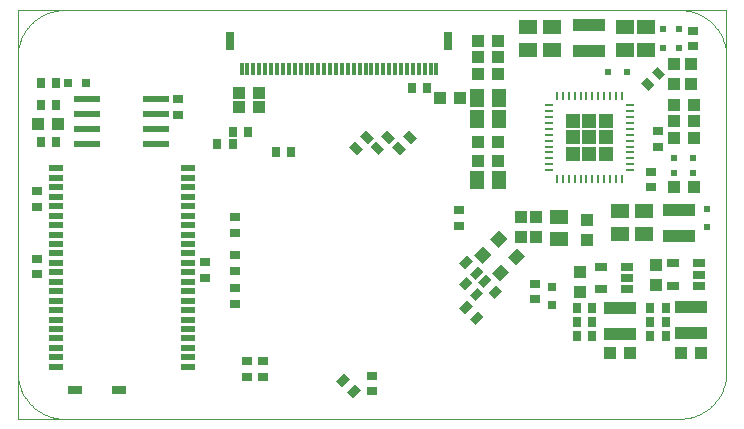
<source format=gtp>
G75*
%MOIN*%
%OFA0B0*%
%FSLAX25Y25*%
%IPPOS*%
%LPD*%
%AMOC8*
5,1,8,0,0,1.08239X$1,22.5*
%
%ADD10C,0.00000*%
%ADD11R,0.04724X0.01969*%
%ADD12R,0.02756X0.03543*%
%ADD13R,0.03543X0.02756*%
%ADD14R,0.04724X0.02756*%
%ADD15R,0.00787X0.03150*%
%ADD16R,0.03150X0.00787*%
%ADD17R,0.04528X0.04528*%
%ADD18R,0.10630X0.03937*%
%ADD19R,0.05906X0.05118*%
%ADD20R,0.02362X0.02362*%
%ADD21R,0.05118X0.05906*%
%ADD22R,0.04331X0.03937*%
%ADD23R,0.03937X0.04331*%
%ADD24R,0.08661X0.01969*%
%ADD25R,0.03150X0.03150*%
%ADD26R,0.03937X0.02756*%
%ADD27R,0.01181X0.03937*%
%ADD28R,0.03150X0.05906*%
D10*
X0006118Y0012146D02*
X0006118Y0026320D01*
X0006118Y0027894D02*
X0006118Y0133406D01*
X0006118Y0148367D01*
X0020291Y0148367D01*
X0021866Y0148367D02*
X0227378Y0148367D01*
X0228165Y0148367D02*
X0242339Y0148367D01*
X0242339Y0134194D01*
X0242339Y0132619D02*
X0242339Y0027107D01*
X0242338Y0027107D02*
X0242319Y0026726D01*
X0242290Y0026345D01*
X0242252Y0025966D01*
X0242205Y0025587D01*
X0242148Y0025210D01*
X0242082Y0024834D01*
X0242007Y0024460D01*
X0241923Y0024087D01*
X0241829Y0023717D01*
X0241727Y0023350D01*
X0241615Y0022985D01*
X0241495Y0022623D01*
X0241366Y0022264D01*
X0241228Y0021908D01*
X0241082Y0021556D01*
X0240926Y0021207D01*
X0240763Y0020862D01*
X0240591Y0020522D01*
X0240410Y0020185D01*
X0240222Y0019854D01*
X0240025Y0019527D01*
X0239821Y0019204D01*
X0239608Y0018887D01*
X0239388Y0018576D01*
X0239160Y0018270D01*
X0238925Y0017969D01*
X0238683Y0017674D01*
X0238433Y0017386D01*
X0238176Y0017103D01*
X0237913Y0016827D01*
X0237643Y0016558D01*
X0237366Y0016295D01*
X0237083Y0016039D01*
X0236794Y0015790D01*
X0236499Y0015548D01*
X0236198Y0015314D01*
X0235891Y0015087D01*
X0235579Y0014867D01*
X0235261Y0014655D01*
X0234939Y0014452D01*
X0234611Y0014256D01*
X0234279Y0014068D01*
X0233942Y0013888D01*
X0233602Y0013717D01*
X0233256Y0013554D01*
X0232907Y0013400D01*
X0232555Y0013254D01*
X0232199Y0013117D01*
X0231839Y0012988D01*
X0231477Y0012869D01*
X0231112Y0012758D01*
X0230744Y0012657D01*
X0230374Y0012564D01*
X0230001Y0012481D01*
X0229627Y0012407D01*
X0229251Y0012342D01*
X0228874Y0012286D01*
X0228495Y0012239D01*
X0228115Y0012202D01*
X0227734Y0012174D01*
X0227353Y0012155D01*
X0226972Y0012146D01*
X0226590Y0012146D01*
X0226591Y0012146D02*
X0021079Y0012146D01*
X0006118Y0012146D01*
X0021079Y0012147D02*
X0020698Y0012166D01*
X0020317Y0012195D01*
X0019938Y0012233D01*
X0019559Y0012280D01*
X0019182Y0012337D01*
X0018806Y0012403D01*
X0018432Y0012478D01*
X0018059Y0012562D01*
X0017689Y0012656D01*
X0017322Y0012758D01*
X0016957Y0012870D01*
X0016595Y0012990D01*
X0016236Y0013119D01*
X0015880Y0013257D01*
X0015528Y0013403D01*
X0015179Y0013559D01*
X0014834Y0013722D01*
X0014494Y0013894D01*
X0014157Y0014075D01*
X0013826Y0014263D01*
X0013499Y0014460D01*
X0013176Y0014664D01*
X0012859Y0014877D01*
X0012548Y0015097D01*
X0012242Y0015325D01*
X0011941Y0015560D01*
X0011646Y0015802D01*
X0011358Y0016052D01*
X0011075Y0016309D01*
X0010799Y0016572D01*
X0010530Y0016842D01*
X0010267Y0017119D01*
X0010011Y0017402D01*
X0009762Y0017691D01*
X0009520Y0017986D01*
X0009286Y0018287D01*
X0009059Y0018594D01*
X0008839Y0018906D01*
X0008627Y0019224D01*
X0008424Y0019546D01*
X0008228Y0019874D01*
X0008040Y0020206D01*
X0007860Y0020543D01*
X0007689Y0020883D01*
X0007526Y0021229D01*
X0007372Y0021578D01*
X0007226Y0021930D01*
X0007089Y0022286D01*
X0006960Y0022646D01*
X0006841Y0023008D01*
X0006730Y0023373D01*
X0006629Y0023741D01*
X0006536Y0024111D01*
X0006453Y0024484D01*
X0006379Y0024858D01*
X0006314Y0025234D01*
X0006258Y0025611D01*
X0006211Y0025990D01*
X0006174Y0026370D01*
X0006146Y0026751D01*
X0006127Y0027132D01*
X0006118Y0027513D01*
X0006118Y0027895D01*
X0006118Y0133406D02*
X0006137Y0133787D01*
X0006166Y0134168D01*
X0006204Y0134547D01*
X0006251Y0134926D01*
X0006308Y0135303D01*
X0006374Y0135679D01*
X0006449Y0136053D01*
X0006533Y0136426D01*
X0006627Y0136796D01*
X0006729Y0137163D01*
X0006841Y0137528D01*
X0006961Y0137890D01*
X0007090Y0138249D01*
X0007228Y0138605D01*
X0007374Y0138957D01*
X0007530Y0139306D01*
X0007693Y0139651D01*
X0007865Y0139991D01*
X0008046Y0140328D01*
X0008234Y0140659D01*
X0008431Y0140986D01*
X0008635Y0141309D01*
X0008848Y0141626D01*
X0009068Y0141937D01*
X0009296Y0142243D01*
X0009531Y0142544D01*
X0009773Y0142839D01*
X0010023Y0143127D01*
X0010280Y0143410D01*
X0010543Y0143686D01*
X0010813Y0143955D01*
X0011090Y0144218D01*
X0011373Y0144474D01*
X0011662Y0144723D01*
X0011957Y0144965D01*
X0012258Y0145199D01*
X0012565Y0145426D01*
X0012877Y0145646D01*
X0013195Y0145858D01*
X0013517Y0146061D01*
X0013845Y0146257D01*
X0014177Y0146445D01*
X0014514Y0146625D01*
X0014854Y0146796D01*
X0015200Y0146959D01*
X0015549Y0147113D01*
X0015901Y0147259D01*
X0016257Y0147396D01*
X0016617Y0147525D01*
X0016979Y0147644D01*
X0017344Y0147755D01*
X0017712Y0147856D01*
X0018082Y0147949D01*
X0018455Y0148032D01*
X0018829Y0148106D01*
X0019205Y0148171D01*
X0019582Y0148227D01*
X0019961Y0148274D01*
X0020341Y0148311D01*
X0020722Y0148339D01*
X0021103Y0148358D01*
X0021484Y0148367D01*
X0021866Y0148367D01*
X0227378Y0148367D02*
X0227759Y0148348D01*
X0228140Y0148319D01*
X0228519Y0148281D01*
X0228898Y0148234D01*
X0229275Y0148177D01*
X0229651Y0148111D01*
X0230025Y0148036D01*
X0230398Y0147952D01*
X0230768Y0147858D01*
X0231135Y0147756D01*
X0231500Y0147644D01*
X0231862Y0147524D01*
X0232221Y0147395D01*
X0232577Y0147257D01*
X0232929Y0147111D01*
X0233278Y0146955D01*
X0233623Y0146792D01*
X0233963Y0146620D01*
X0234300Y0146439D01*
X0234631Y0146251D01*
X0234958Y0146054D01*
X0235281Y0145850D01*
X0235598Y0145637D01*
X0235909Y0145417D01*
X0236215Y0145189D01*
X0236516Y0144954D01*
X0236811Y0144712D01*
X0237099Y0144462D01*
X0237382Y0144205D01*
X0237658Y0143942D01*
X0237927Y0143672D01*
X0238190Y0143395D01*
X0238446Y0143112D01*
X0238695Y0142823D01*
X0238937Y0142528D01*
X0239171Y0142227D01*
X0239398Y0141920D01*
X0239618Y0141608D01*
X0239830Y0141290D01*
X0240033Y0140968D01*
X0240229Y0140640D01*
X0240417Y0140308D01*
X0240597Y0139971D01*
X0240768Y0139631D01*
X0240931Y0139285D01*
X0241085Y0138936D01*
X0241231Y0138584D01*
X0241368Y0138228D01*
X0241497Y0137868D01*
X0241616Y0137506D01*
X0241727Y0137141D01*
X0241828Y0136773D01*
X0241921Y0136403D01*
X0242004Y0136030D01*
X0242078Y0135656D01*
X0242143Y0135280D01*
X0242199Y0134903D01*
X0242246Y0134524D01*
X0242283Y0134144D01*
X0242311Y0133763D01*
X0242330Y0133382D01*
X0242339Y0133001D01*
X0242339Y0132619D01*
D11*
X0062811Y0095611D03*
X0062811Y0092461D03*
X0062811Y0089312D03*
X0062811Y0086162D03*
X0062811Y0083012D03*
X0062811Y0079863D03*
X0062811Y0076713D03*
X0062811Y0073564D03*
X0062811Y0070414D03*
X0062811Y0067264D03*
X0062811Y0064115D03*
X0062811Y0060965D03*
X0062811Y0057816D03*
X0062811Y0054666D03*
X0062811Y0051516D03*
X0062811Y0048367D03*
X0062811Y0045217D03*
X0062811Y0042068D03*
X0062811Y0038918D03*
X0062811Y0035768D03*
X0062811Y0032619D03*
X0062811Y0029469D03*
X0018717Y0029469D03*
X0018717Y0032619D03*
X0018717Y0035768D03*
X0018717Y0038918D03*
X0018717Y0042068D03*
X0018717Y0045217D03*
X0018717Y0048367D03*
X0018717Y0051516D03*
X0018717Y0054666D03*
X0018717Y0057816D03*
X0018717Y0060965D03*
X0018717Y0064115D03*
X0018717Y0067264D03*
X0018717Y0070414D03*
X0018717Y0073564D03*
X0018717Y0076713D03*
X0018717Y0079863D03*
X0018717Y0083012D03*
X0018717Y0086162D03*
X0018717Y0089312D03*
X0018717Y0092461D03*
X0018717Y0095611D03*
D12*
X0018913Y0104272D03*
X0013795Y0104272D03*
X0013795Y0116871D03*
X0018913Y0116871D03*
X0018913Y0123957D03*
X0013795Y0123957D03*
X0072654Y0103682D03*
X0077772Y0103682D03*
X0077811Y0107697D03*
X0082929Y0107697D03*
X0092142Y0101123D03*
X0097260Y0101123D03*
G36*
X0121102Y0102186D02*
X0119153Y0100237D01*
X0116650Y0102740D01*
X0118599Y0104689D01*
X0121102Y0102186D01*
G37*
G36*
X0124721Y0105805D02*
X0122772Y0103856D01*
X0120269Y0106359D01*
X0122218Y0108308D01*
X0124721Y0105805D01*
G37*
G36*
X0128188Y0102186D02*
X0126239Y0100237D01*
X0123736Y0102740D01*
X0125685Y0104689D01*
X0128188Y0102186D01*
G37*
G36*
X0131807Y0105805D02*
X0129858Y0103856D01*
X0127355Y0106359D01*
X0129304Y0108308D01*
X0131807Y0105805D01*
G37*
G36*
X0135472Y0102186D02*
X0133523Y0100237D01*
X0131020Y0102740D01*
X0132969Y0104689D01*
X0135472Y0102186D01*
G37*
G36*
X0139091Y0105805D02*
X0137142Y0103856D01*
X0134639Y0106359D01*
X0136588Y0108308D01*
X0139091Y0105805D01*
G37*
X0137417Y0122383D03*
X0142535Y0122383D03*
G36*
X0213894Y0124000D02*
X0215843Y0125949D01*
X0218346Y0123446D01*
X0216397Y0121497D01*
X0213894Y0124000D01*
G37*
G36*
X0217513Y0127619D02*
X0219462Y0129568D01*
X0221965Y0127065D01*
X0220016Y0125116D01*
X0217513Y0127619D01*
G37*
G36*
X0155213Y0062124D02*
X0153264Y0064073D01*
X0155767Y0066576D01*
X0157716Y0064627D01*
X0155213Y0062124D01*
G37*
G36*
X0158832Y0058504D02*
X0156883Y0060453D01*
X0159386Y0062956D01*
X0161335Y0061007D01*
X0158832Y0058504D01*
G37*
G36*
X0162066Y0060276D02*
X0164015Y0058327D01*
X0161512Y0055824D01*
X0159563Y0057773D01*
X0162066Y0060276D01*
G37*
G36*
X0155213Y0055037D02*
X0153264Y0056986D01*
X0155767Y0059489D01*
X0157716Y0057540D01*
X0155213Y0055037D01*
G37*
G36*
X0158832Y0051418D02*
X0156883Y0053367D01*
X0159386Y0055870D01*
X0161335Y0053921D01*
X0158832Y0051418D01*
G37*
G36*
X0155213Y0047163D02*
X0153264Y0049112D01*
X0155767Y0051615D01*
X0157716Y0049666D01*
X0155213Y0047163D01*
G37*
G36*
X0158832Y0043544D02*
X0156883Y0045493D01*
X0159386Y0047996D01*
X0161335Y0046047D01*
X0158832Y0043544D01*
G37*
G36*
X0165685Y0056657D02*
X0167634Y0054708D01*
X0165131Y0052205D01*
X0163182Y0054154D01*
X0165685Y0056657D01*
G37*
X0192535Y0049154D03*
X0197654Y0049154D03*
X0197654Y0044430D03*
X0192535Y0044430D03*
X0192535Y0039705D03*
X0197654Y0039705D03*
X0216945Y0039705D03*
X0222063Y0039705D03*
X0222063Y0044430D03*
X0216945Y0044430D03*
X0216945Y0049154D03*
X0222063Y0049154D03*
G36*
X0117887Y0019134D02*
X0115938Y0021083D01*
X0118441Y0023586D01*
X0120390Y0021637D01*
X0117887Y0019134D01*
G37*
G36*
X0114268Y0022753D02*
X0112319Y0024702D01*
X0114822Y0027205D01*
X0116771Y0025256D01*
X0114268Y0022753D01*
G37*
D13*
X0124228Y0021398D03*
X0124228Y0026516D03*
X0088008Y0026123D03*
X0088008Y0031241D03*
X0082496Y0031241D03*
X0082496Y0026123D03*
X0078559Y0050532D03*
X0078559Y0055650D03*
X0078559Y0061556D03*
X0078559Y0066674D03*
X0068520Y0064312D03*
X0068520Y0059194D03*
X0078559Y0074154D03*
X0078559Y0079272D03*
X0059661Y0113524D03*
X0059661Y0118642D03*
X0012417Y0087934D03*
X0012417Y0082816D03*
X0012417Y0065493D03*
X0012417Y0060375D03*
X0153362Y0076516D03*
X0153362Y0081634D03*
X0178559Y0057225D03*
X0178559Y0052107D03*
X0217142Y0089312D03*
X0217142Y0094430D03*
X0219701Y0102894D03*
X0219701Y0108012D03*
X0231315Y0136359D03*
X0231315Y0141477D03*
D14*
X0039780Y0021595D03*
X0025213Y0021595D03*
D15*
X0185843Y0092068D03*
X0187811Y0092068D03*
X0189780Y0092068D03*
X0191748Y0092068D03*
X0193717Y0092068D03*
X0195685Y0092068D03*
X0197654Y0092068D03*
X0199622Y0092068D03*
X0201591Y0092068D03*
X0203559Y0092068D03*
X0205528Y0092068D03*
X0207496Y0092068D03*
X0207496Y0119627D03*
X0205528Y0119627D03*
X0203559Y0119627D03*
X0201591Y0119627D03*
X0199622Y0119627D03*
X0197654Y0119627D03*
X0195685Y0119627D03*
X0193717Y0119627D03*
X0191748Y0119627D03*
X0189780Y0119627D03*
X0187811Y0119627D03*
X0185843Y0119627D03*
D16*
X0183087Y0116674D03*
X0183087Y0114705D03*
X0183087Y0112737D03*
X0183087Y0110768D03*
X0183087Y0108800D03*
X0183087Y0106831D03*
X0183087Y0104863D03*
X0183087Y0102894D03*
X0183087Y0100926D03*
X0183087Y0098957D03*
X0183087Y0096989D03*
X0183087Y0095020D03*
X0210252Y0095020D03*
X0210252Y0096989D03*
X0210252Y0098957D03*
X0210252Y0100926D03*
X0210252Y0102894D03*
X0210252Y0104863D03*
X0210252Y0106831D03*
X0210252Y0108800D03*
X0210252Y0110768D03*
X0210252Y0112737D03*
X0210252Y0114705D03*
X0210252Y0116674D03*
D17*
X0202083Y0111457D03*
X0196571Y0111457D03*
X0191059Y0111457D03*
X0191059Y0105946D03*
X0196571Y0105946D03*
X0202083Y0105946D03*
X0202083Y0100434D03*
X0196571Y0100434D03*
X0191059Y0100434D03*
D18*
X0226591Y0081831D03*
X0226591Y0073170D03*
X0230528Y0049548D03*
X0230528Y0040886D03*
X0206906Y0040493D03*
X0206906Y0049154D03*
X0196669Y0134587D03*
X0196669Y0143249D03*
D19*
X0208480Y0142658D03*
X0215567Y0142658D03*
X0215567Y0135178D03*
X0208480Y0135178D03*
X0184071Y0135178D03*
X0176197Y0135178D03*
X0176197Y0142658D03*
X0184071Y0142658D03*
X0206906Y0081241D03*
X0214780Y0081241D03*
X0214780Y0073760D03*
X0206906Y0073760D03*
X0186433Y0071989D03*
X0186433Y0079469D03*
D20*
X0225016Y0094036D03*
X0231315Y0094036D03*
X0231315Y0099154D03*
X0225016Y0099154D03*
X0236039Y0082225D03*
X0236039Y0075926D03*
X0209268Y0127894D03*
X0202969Y0127894D03*
X0221276Y0135768D03*
X0226591Y0135768D03*
X0226591Y0142068D03*
X0221276Y0142068D03*
D21*
X0166551Y0119233D03*
X0159071Y0119233D03*
X0159071Y0112146D03*
X0166551Y0112146D03*
X0166551Y0091674D03*
X0159071Y0091674D03*
D22*
X0159465Y0104272D03*
X0166157Y0104272D03*
X0153559Y0119233D03*
X0146866Y0119233D03*
X0159465Y0127107D03*
X0166157Y0127107D03*
X0225016Y0130453D03*
X0230528Y0130453D03*
X0230528Y0123760D03*
X0225016Y0123760D03*
X0195882Y0078485D03*
X0195882Y0071792D03*
X0178953Y0072579D03*
X0178953Y0079272D03*
X0203559Y0034194D03*
X0210252Y0034194D03*
X0227181Y0034194D03*
X0233874Y0034194D03*
X0086630Y0116083D03*
X0086630Y0120808D03*
X0079937Y0120808D03*
X0079937Y0116083D03*
D23*
X0019701Y0110571D03*
X0013008Y0110571D03*
X0159465Y0097973D03*
X0166157Y0097973D03*
X0173835Y0079272D03*
X0173835Y0072579D03*
G36*
X0166331Y0069123D02*
X0163548Y0071906D01*
X0166609Y0074967D01*
X0169392Y0072184D01*
X0166331Y0069123D01*
G37*
G36*
X0161319Y0069677D02*
X0164102Y0066894D01*
X0161041Y0063833D01*
X0158258Y0066616D01*
X0161319Y0069677D01*
G37*
G36*
X0172177Y0063277D02*
X0169394Y0066060D01*
X0172455Y0069121D01*
X0175238Y0066338D01*
X0172177Y0063277D01*
G37*
G36*
X0167165Y0063831D02*
X0169948Y0061048D01*
X0166887Y0057987D01*
X0164104Y0060770D01*
X0167165Y0063831D01*
G37*
X0193520Y0061162D03*
X0193520Y0054469D03*
X0218717Y0056831D03*
X0218717Y0063524D03*
X0224819Y0089312D03*
X0231512Y0089312D03*
X0231512Y0105847D03*
X0231512Y0111359D03*
X0224819Y0111359D03*
X0224819Y0105847D03*
X0224819Y0116871D03*
X0231512Y0116871D03*
X0166157Y0132619D03*
X0159465Y0132619D03*
X0159465Y0138131D03*
X0166157Y0138131D03*
D24*
X0052181Y0118859D03*
X0052181Y0113859D03*
X0052181Y0108859D03*
X0052181Y0103859D03*
X0029346Y0103898D03*
X0029346Y0108898D03*
X0029346Y0113898D03*
X0029346Y0118859D03*
D25*
X0028756Y0123957D03*
X0022850Y0123957D03*
X0184071Y0056044D03*
X0184071Y0050138D03*
D26*
X0200409Y0055257D03*
X0200409Y0062737D03*
X0209071Y0062737D03*
X0209071Y0058997D03*
X0209071Y0055257D03*
X0224622Y0056438D03*
X0233283Y0056438D03*
X0233283Y0060178D03*
X0233283Y0063918D03*
X0224622Y0063918D03*
D27*
X0145685Y0128879D03*
X0143717Y0128879D03*
X0141748Y0128879D03*
X0139780Y0128879D03*
X0137811Y0128879D03*
X0135843Y0128879D03*
X0133874Y0128879D03*
X0131906Y0128879D03*
X0129937Y0128879D03*
X0127969Y0128879D03*
X0126000Y0128879D03*
X0124031Y0128879D03*
X0122063Y0128879D03*
X0120094Y0128879D03*
X0118126Y0128879D03*
X0116157Y0128879D03*
X0114189Y0128879D03*
X0112220Y0128879D03*
X0110252Y0128879D03*
X0108283Y0128879D03*
X0106315Y0128879D03*
X0104346Y0128879D03*
X0102378Y0128879D03*
X0100409Y0128879D03*
X0098441Y0128879D03*
X0096472Y0128879D03*
X0094504Y0128879D03*
X0092535Y0128879D03*
X0090567Y0128879D03*
X0088598Y0128879D03*
X0086630Y0128879D03*
X0084661Y0128879D03*
X0082693Y0128879D03*
X0080724Y0128879D03*
D28*
X0076787Y0138131D03*
X0149622Y0138131D03*
M02*

</source>
